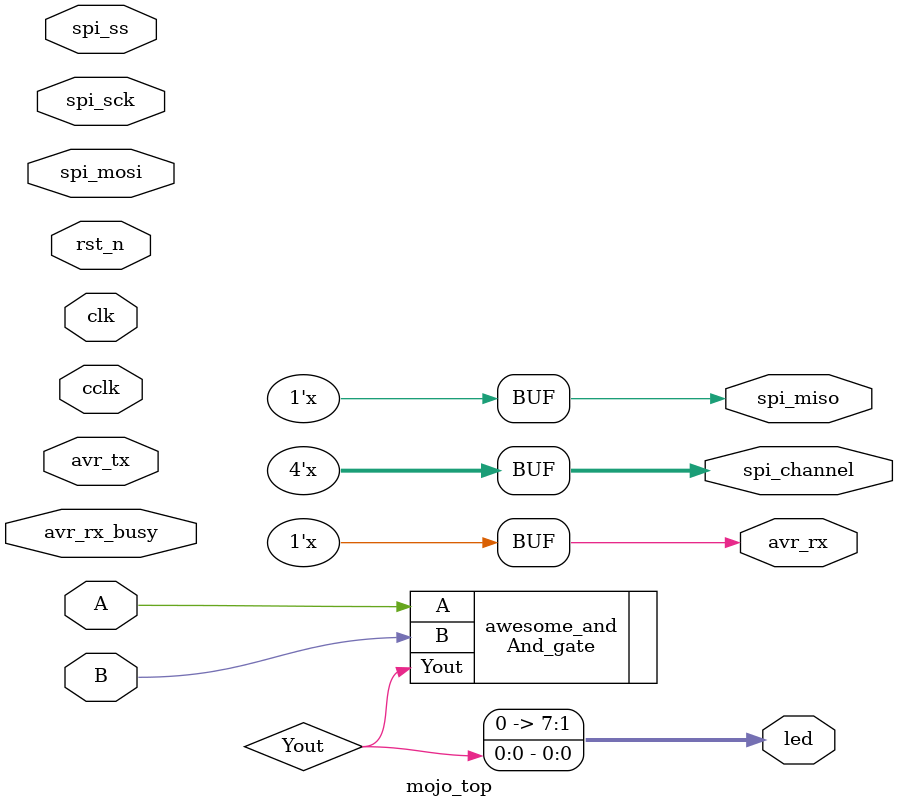
<source format=v>
module mojo_top(
    // 50MHz clock input
    input clk,
    // Input from reset button (active low)
    input rst_n,
    // cclk input from AVR, high when AVR is ready
    input cclk,
    // Outputs to the 8 onboard LEDs
    output[7:0]led,
    // AVR SPI connections
    output spi_miso,
    input spi_ss,
    input spi_mosi,
    input spi_sck,
    // AVR ADC channel select
    output [3:0] spi_channel,
    // Serial connections
    input avr_tx, // AVR Tx => FPGA Rx
    output avr_rx, // AVR Rx => FPGA Tx
    input avr_rx_busy, // AVR Rx buffer full
	 
	 input A,
	 input B
    );

wire rst = ~rst_n; // make reset active high

// these signals should be high-z when not used
assign spi_miso = 1'bz;
assign avr_rx = 1'bz;
assign spi_channel = 4'bzzzz;

assign led[7:1] = 7'b0;
assign led[0] = Yout;

And_gate awesome_and (
    .A(A), 
    .B(B), 
    .Yout(Yout)
    );

endmodule
</source>
